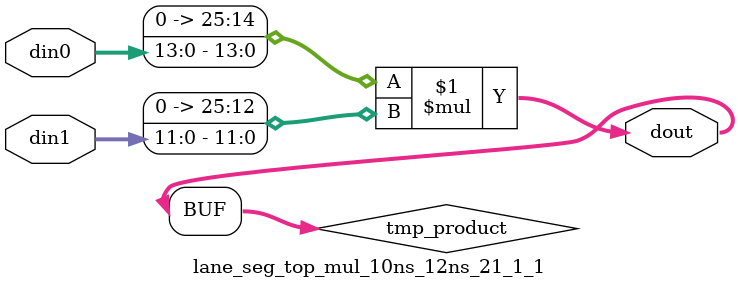
<source format=v>

`timescale 1 ns / 1 ps

  module lane_seg_top_mul_10ns_12ns_21_1_1(din0, din1, dout);
parameter ID = 1;
parameter NUM_STAGE = 0;
parameter din0_WIDTH = 14;
parameter din1_WIDTH = 12;
parameter dout_WIDTH = 26;

input [din0_WIDTH - 1 : 0] din0; 
input [din1_WIDTH - 1 : 0] din1; 
output [dout_WIDTH - 1 : 0] dout;

wire signed [dout_WIDTH - 1 : 0] tmp_product;










assign tmp_product = $signed({1'b0, din0}) * $signed({1'b0, din1});











assign dout = tmp_product;







endmodule

</source>
